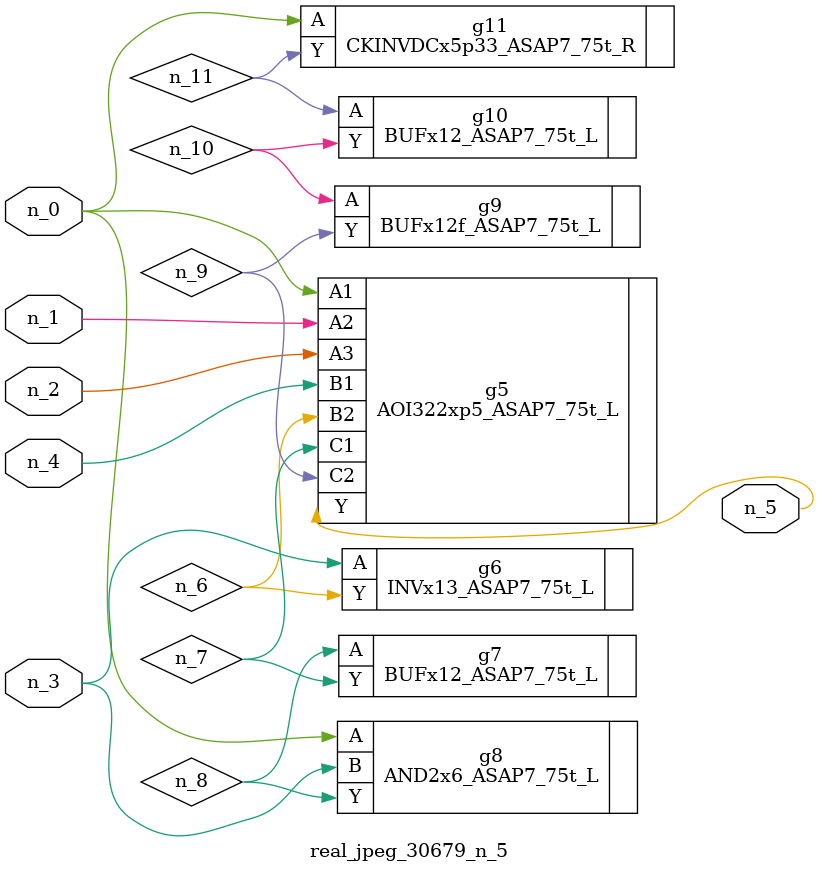
<source format=v>
module real_jpeg_30679_n_5 (n_4, n_0, n_1, n_2, n_3, n_5);

input n_4;
input n_0;
input n_1;
input n_2;
input n_3;

output n_5;

wire n_8;
wire n_11;
wire n_6;
wire n_7;
wire n_10;
wire n_9;

AOI322xp5_ASAP7_75t_L g5 ( 
.A1(n_0),
.A2(n_1),
.A3(n_2),
.B1(n_4),
.B2(n_6),
.C1(n_7),
.C2(n_9),
.Y(n_5)
);

AND2x6_ASAP7_75t_L g8 ( 
.A(n_0),
.B(n_3),
.Y(n_8)
);

CKINVDCx5p33_ASAP7_75t_R g11 ( 
.A(n_0),
.Y(n_11)
);

INVx13_ASAP7_75t_L g6 ( 
.A(n_3),
.Y(n_6)
);

BUFx12_ASAP7_75t_L g7 ( 
.A(n_8),
.Y(n_7)
);

BUFx12f_ASAP7_75t_L g9 ( 
.A(n_10),
.Y(n_9)
);

BUFx12_ASAP7_75t_L g10 ( 
.A(n_11),
.Y(n_10)
);


endmodule
</source>
